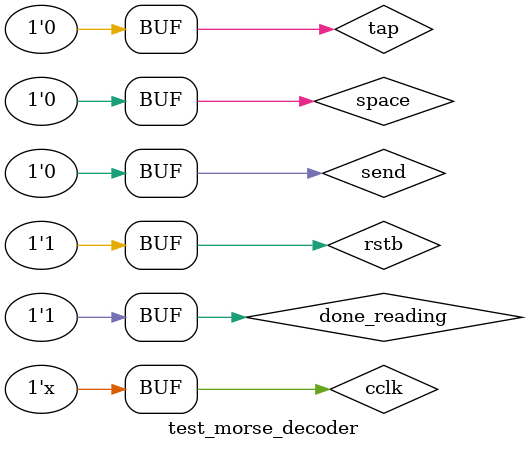
<source format=v>
`timescale 1ns / 1ps


module test_morse_decoder;

	// Inputs
	reg cclk;
	reg rstb;
	reg tap;
	reg space;
	reg send;

	// Outputs
	wire [7:0] red;
	wire [7:0] green;
	wire [7:0] blue;

	wire [10:0] state;
	wire [30:0] touch_cycles;
	wire dot, dash;
	
	reg done_reading;
	wire send_ena;
	wire [7:0] send_byte;
	
	// Instantiate the Unit Under Test (UUT)
	morse_decoder uut (
		.cclk(cclk), 
		.rstb(rstb), 
		.tap(tap), 
		.space(space), 
		.send(send), 
		.red(red), 
		.green(green), 
		.blue(blue),
		
		.state(state),
		.touch_cycles(touch_cycles),
		.dot(dot),
		.dash(dash),
		.send_byte(send_byte),
		.send_ena(send_ena),
		.done_reading(done_reading)
	);

	initial begin
		// Initialize Inputs
		cclk = 0;
		rstb = 0;
		tap = 0;
		space = 0;
		send = 0;

		// Wait 100 ns for global reset to finish
		#100;
			rstb = 1;

        tap = 1;
		#1000000;
		  tap = 0;
		#10000000;
        tap = 1;
		#1000000;
		  tap = 0;
		#10000000;
        tap = 1;
		#10000000;
		  tap = 0;
		#10000000;
	        tap = 1;
		#20000000;
		  tap = 0;
		#10000000;
        tap = 1;
		#10000000;
		  tap = 0;
		#10000000;
        tap = 1;
		#10000000;
		  tap = 0;
		#10000000;
			send = 1;
		#10000000
			send = 0;
			done_reading = 1;
		#10000000
			space = 1;
		#10000000
			space = 0;
			done_reading = 1;
		#10000000;

	end
    
	// Add stimulus here
	always begin	
		cclk = ~cclk;
		#10;
	end	 
endmodule


</source>
